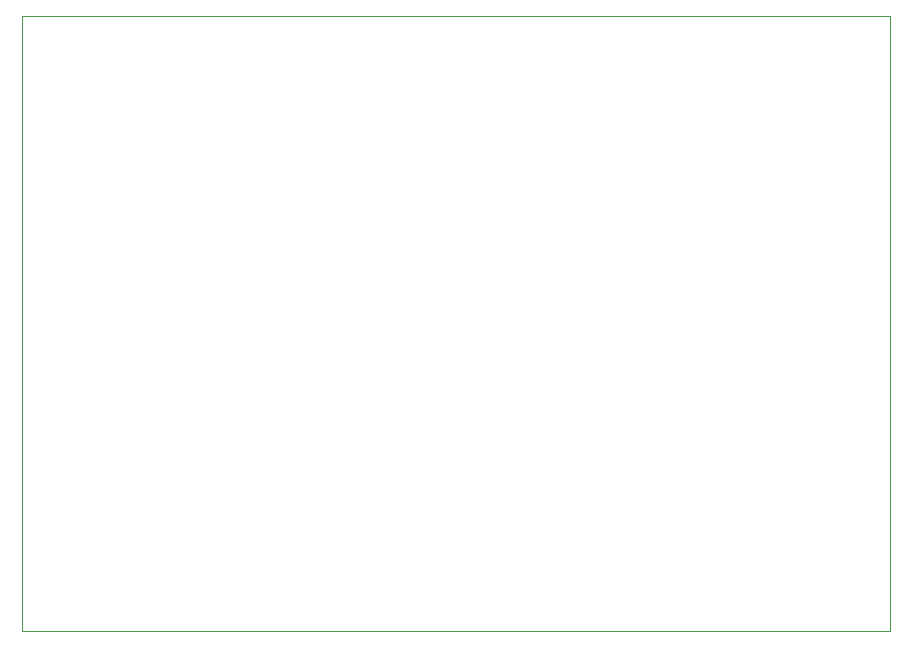
<source format=gbr>
%TF.GenerationSoftware,KiCad,Pcbnew,8.0.4*%
%TF.CreationDate,2024-11-11T23:36:28+01:00*%
%TF.ProjectId,Self balancing cube,53656c66-2062-4616-9c61-6e63696e6720,rev?*%
%TF.SameCoordinates,Original*%
%TF.FileFunction,Profile,NP*%
%FSLAX46Y46*%
G04 Gerber Fmt 4.6, Leading zero omitted, Abs format (unit mm)*
G04 Created by KiCad (PCBNEW 8.0.4) date 2024-11-11 23:36:28*
%MOMM*%
%LPD*%
G01*
G04 APERTURE LIST*
%TA.AperFunction,Profile*%
%ADD10C,0.050000*%
%TD*%
G04 APERTURE END LIST*
D10*
X113741200Y-68326000D02*
X187198000Y-68326000D01*
X187198000Y-120446800D01*
X113741200Y-120446800D01*
X113741200Y-68326000D01*
M02*

</source>
